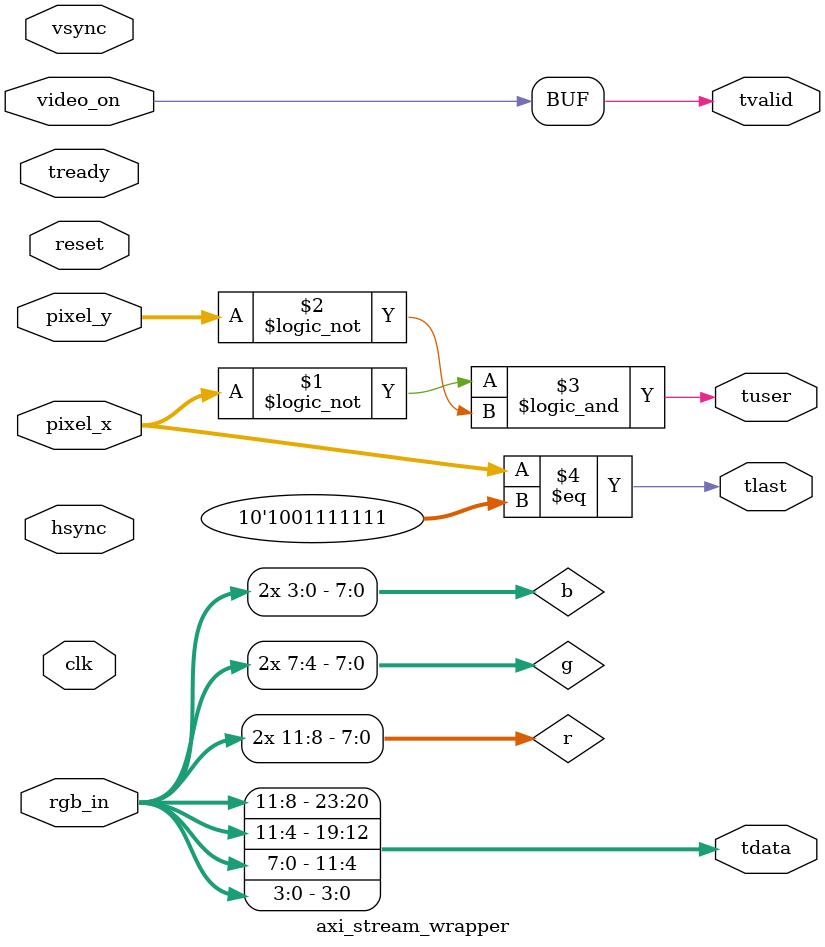
<source format=sv>

module axi_stream_wrapper #(
    parameter H_RES = 640,
    parameter V_RES = 480
)(
    input  logic         clk,
    input  logic         reset,

    input  logic         video_on,
    input  logic [9:0]   pixel_x,
    input  logic [9:0]   pixel_y,
    input  logic         hsync,
    input  logic         vsync,
    input  logic [11:0]  rgb_in,   // From video_gen

    output logic [23:0]  tdata,
    output logic         tvalid,
    output logic         tuser,
    output logic         tlast,
    input  logic         tready    // From AXI4S-to-Video-Out
);

    // Expand RGB444 (4 bits per channel) to RGB888 (8 bits per channel)
    logic [7:0] r = {rgb_in[11:8], rgb_in[11:8]};
    logic [7:0] g = {rgb_in[7:4],  rgb_in[7:4]};
    logic [7:0] b = {rgb_in[3:0],  rgb_in[3:0]};

    assign tdata  = {r, g, b};
    assign tvalid = video_on;

    // Set tuser high only at the first pixel of the first line
    assign tuser  = (pixel_x == 0 && pixel_y == 0);

    // Set tlast high on last pixel of each scanline
    assign tlast  = (pixel_x == H_RES - 1);

endmodule

</source>
